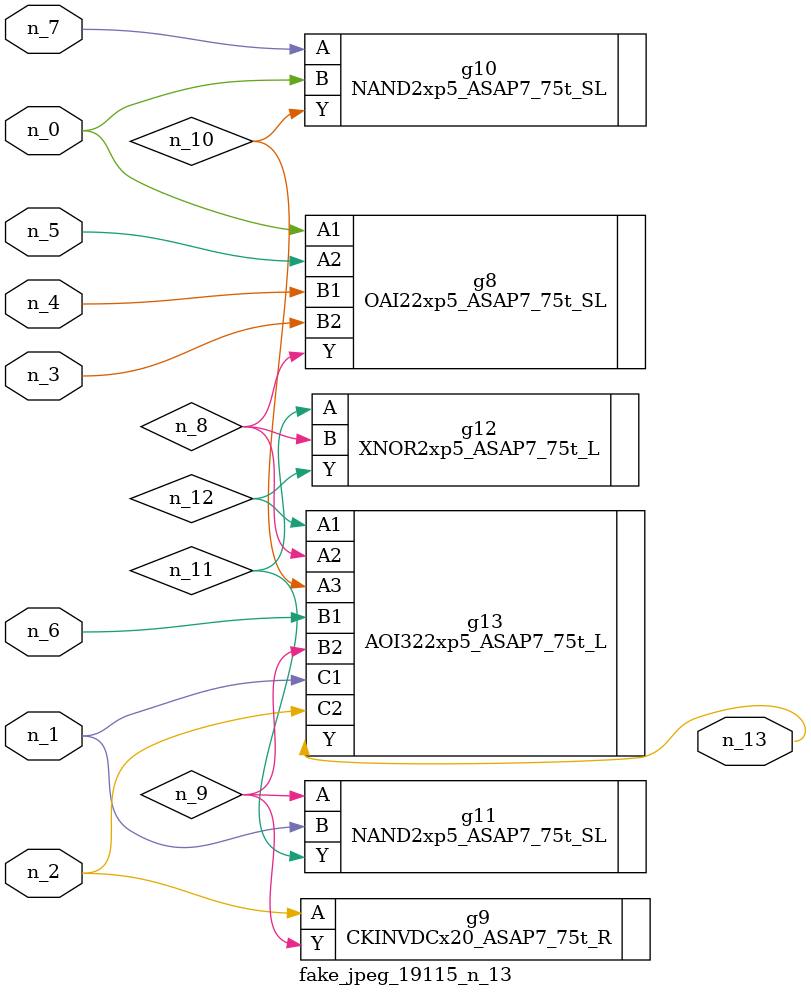
<source format=v>
module fake_jpeg_19115_n_13 (n_3, n_2, n_1, n_0, n_4, n_6, n_5, n_7, n_13);

input n_3;
input n_2;
input n_1;
input n_0;
input n_4;
input n_6;
input n_5;
input n_7;

output n_13;

wire n_11;
wire n_10;
wire n_12;
wire n_8;
wire n_9;

OAI22xp5_ASAP7_75t_SL g8 ( 
.A1(n_0),
.A2(n_5),
.B1(n_4),
.B2(n_3),
.Y(n_8)
);

CKINVDCx20_ASAP7_75t_R g9 ( 
.A(n_2),
.Y(n_9)
);

NAND2xp5_ASAP7_75t_SL g10 ( 
.A(n_7),
.B(n_0),
.Y(n_10)
);

NAND2xp5_ASAP7_75t_SL g11 ( 
.A(n_9),
.B(n_1),
.Y(n_11)
);

XNOR2xp5_ASAP7_75t_L g12 ( 
.A(n_11),
.B(n_8),
.Y(n_12)
);

AOI322xp5_ASAP7_75t_L g13 ( 
.A1(n_12),
.A2(n_8),
.A3(n_10),
.B1(n_6),
.B2(n_9),
.C1(n_1),
.C2(n_2),
.Y(n_13)
);


endmodule
</source>
